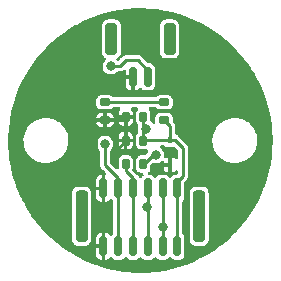
<source format=gbr>
%TF.GenerationSoftware,KiCad,Pcbnew,(5.99.0-11535-gf6cac49802)*%
%TF.CreationDate,2021-07-27T22:48:24-05:00*%
%TF.ProjectId,MT6816CT encoder breakout,4d543638-3136-4435-9420-656e636f6465,rev?*%
%TF.SameCoordinates,Original*%
%TF.FileFunction,Copper,L1,Top*%
%TF.FilePolarity,Positive*%
%FSLAX46Y46*%
G04 Gerber Fmt 4.6, Leading zero omitted, Abs format (unit mm)*
G04 Created by KiCad (PCBNEW (5.99.0-11535-gf6cac49802)) date 2021-07-27 22:48:24*
%MOMM*%
%LPD*%
G01*
G04 APERTURE LIST*
G04 Aperture macros list*
%AMRoundRect*
0 Rectangle with rounded corners*
0 $1 Rounding radius*
0 $2 $3 $4 $5 $6 $7 $8 $9 X,Y pos of 4 corners*
0 Add a 4 corners polygon primitive as box body*
4,1,4,$2,$3,$4,$5,$6,$7,$8,$9,$2,$3,0*
0 Add four circle primitives for the rounded corners*
1,1,$1+$1,$2,$3*
1,1,$1+$1,$4,$5*
1,1,$1+$1,$6,$7*
1,1,$1+$1,$8,$9*
0 Add four rect primitives between the rounded corners*
20,1,$1+$1,$2,$3,$4,$5,0*
20,1,$1+$1,$4,$5,$6,$7,0*
20,1,$1+$1,$6,$7,$8,$9,0*
20,1,$1+$1,$8,$9,$2,$3,0*%
G04 Aperture macros list end*
%TA.AperFunction,SMDPad,CuDef*%
%ADD10RoundRect,0.150000X-0.150000X-0.700000X0.150000X-0.700000X0.150000X0.700000X-0.150000X0.700000X0*%
%TD*%
%TA.AperFunction,SMDPad,CuDef*%
%ADD11RoundRect,0.250000X-0.250000X-1.100000X0.250000X-1.100000X0.250000X1.100000X-0.250000X1.100000X0*%
%TD*%
%TA.AperFunction,SMDPad,CuDef*%
%ADD12RoundRect,0.150000X-0.300000X0.150000X-0.300000X-0.150000X0.300000X-0.150000X0.300000X0.150000X0*%
%TD*%
%TA.AperFunction,SMDPad,CuDef*%
%ADD13RoundRect,0.150000X-0.150000X-0.300000X0.150000X-0.300000X0.150000X0.300000X-0.150000X0.300000X0*%
%TD*%
%TA.AperFunction,SMDPad,CuDef*%
%ADD14RoundRect,0.250000X-0.250000X-1.150000X0.250000X-1.150000X0.250000X1.150000X-0.250000X1.150000X0*%
%TD*%
%TA.AperFunction,SMDPad,CuDef*%
%ADD15RoundRect,0.150000X0.150000X0.700000X-0.150000X0.700000X-0.150000X-0.700000X0.150000X-0.700000X0*%
%TD*%
%TA.AperFunction,SMDPad,CuDef*%
%ADD16RoundRect,0.250000X0.250000X1.100000X-0.250000X1.100000X-0.250000X-1.100000X0.250000X-1.100000X0*%
%TD*%
%TA.AperFunction,SMDPad,CuDef*%
%ADD17RoundRect,0.150000X0.300000X-0.150000X0.300000X0.150000X-0.300000X0.150000X-0.300000X-0.150000X0*%
%TD*%
%TA.AperFunction,SMDPad,CuDef*%
%ADD18R,0.450000X0.600000*%
%TD*%
%TA.AperFunction,SMDPad,CuDef*%
%ADD19RoundRect,0.150000X0.150000X0.300000X-0.150000X0.300000X-0.150000X-0.300000X0.150000X-0.300000X0*%
%TD*%
%TA.AperFunction,ViaPad*%
%ADD20C,0.800000*%
%TD*%
%TA.AperFunction,Conductor*%
%ADD21C,0.250000*%
%TD*%
G04 APERTURE END LIST*
D10*
%TO.P,J3,1,Pin_1*%
%TO.N,GND*%
X135375000Y-87050000D03*
%TO.P,J3,2,Pin_2*%
%TO.N,/H3{slash}CS*%
X136625000Y-87050000D03*
%TO.P,J3,3,Pin_3*%
%TO.N,/H2{slash}SSC_DATA*%
X137875000Y-87050000D03*
%TO.P,J3,4,Pin_4*%
%TO.N,/H1{slash}SCK*%
X139125000Y-87050000D03*
%TO.P,J3,5,Pin_5*%
%TO.N,/Temp*%
X140375000Y-87050000D03*
%TO.P,J3,6,Pin_6*%
%TO.N,+5V*%
X141625000Y-87050000D03*
D11*
%TO.P,J3,MP*%
%TO.N,N/C*%
X133525000Y-90250000D03*
X143475000Y-90250000D03*
%TD*%
D12*
%TO.P,R1,2*%
%TO.N,GND*%
X135500000Y-81250000D03*
%TO.P,R1,1*%
%TO.N,Net-(D1-PadC)*%
X135500000Y-79750000D03*
%TD*%
D13*
%TO.P,R2,1*%
%TO.N,/H2{slash}SSC_DATA*%
X137250000Y-85000000D03*
%TO.P,R2,2*%
%TO.N,/SDAT_R*%
X138750000Y-85000000D03*
%TD*%
D10*
%TO.P,J2,1,Pin_1*%
%TO.N,GND*%
X135375000Y-91950000D03*
%TO.P,J2,2,Pin_2*%
%TO.N,/H3{slash}CS*%
X136625000Y-91950000D03*
%TO.P,J2,3,Pin_3*%
%TO.N,/H2{slash}SSC_DATA*%
X137875000Y-91950000D03*
%TO.P,J2,4,Pin_4*%
%TO.N,/H1{slash}SCK*%
X139125000Y-91950000D03*
%TO.P,J2,5,Pin_5*%
%TO.N,/Temp*%
X140375000Y-91950000D03*
%TO.P,J2,6,Pin_6*%
%TO.N,+5V*%
X141625000Y-91950000D03*
D14*
%TO.P,J2,MP*%
%TO.N,N/C*%
X143475000Y-88600000D03*
X133525000Y-88600000D03*
%TD*%
D15*
%TO.P,J1,1,Pin_1*%
%TO.N,/Temp*%
X139125000Y-77600000D03*
%TO.P,J1,2,Pin_2*%
%TO.N,GND*%
X137875000Y-77600000D03*
D16*
%TO.P,J1,MP*%
%TO.N,N/C*%
X140975000Y-74400000D03*
X136025000Y-74400000D03*
%TD*%
D17*
%TO.P,D1,A,A*%
%TO.N,+5V*%
X140500000Y-81250000D03*
%TO.P,D1,C,K*%
%TO.N,Net-(D1-PadC)*%
X140500000Y-79750000D03*
%TD*%
D18*
%TO.P,D2,2,A*%
%TO.N,GND*%
X141000000Y-85050000D03*
%TO.P,D2,1,K*%
%TO.N,+5V*%
X141000000Y-82950000D03*
%TD*%
D19*
%TO.P,C1,1*%
%TO.N,+5V*%
X138750000Y-81000000D03*
%TO.P,C1,2*%
%TO.N,GND*%
X137250000Y-81000000D03*
%TD*%
%TO.P,C2,1*%
%TO.N,+5V*%
X138750000Y-83000000D03*
%TO.P,C2,2*%
%TO.N,GND*%
X137250000Y-83000000D03*
%TD*%
D20*
%TO.N,/SDAT_R*%
X139800000Y-84200000D03*
%TO.N,/H1{slash}SCK*%
X139100000Y-88600000D03*
%TO.N,/Temp*%
X136000000Y-76700000D03*
%TO.N,+5V*%
X139000000Y-82000000D03*
%TO.N,GND*%
X136500000Y-84000000D03*
%TO.N,/H3{slash}CS*%
X135500000Y-83300000D03*
%TO.N,GND*%
X141000000Y-84100000D03*
X134700000Y-85600000D03*
%TO.N,/Temp*%
X140400000Y-90300000D03*
%TD*%
D21*
%TO.N,GND*%
X134750000Y-81250000D02*
X134500000Y-81500000D01*
X134500000Y-81500000D02*
X134500000Y-82200000D01*
X134500000Y-79000000D02*
X134500000Y-81500000D01*
X135500000Y-81250000D02*
X134750000Y-81250000D01*
X137000000Y-81250000D02*
X137250000Y-81000000D01*
X135500000Y-81250000D02*
X137000000Y-81250000D01*
%TO.N,/H1{slash}SCK*%
X139125000Y-88625000D02*
X139100000Y-88600000D01*
X139125000Y-91950000D02*
X139125000Y-88625000D01*
X139125000Y-88575000D02*
X139100000Y-88600000D01*
X139125000Y-87050000D02*
X139125000Y-88575000D01*
%TO.N,/Temp*%
X140400000Y-88400000D02*
X140400000Y-90300000D01*
X140375000Y-88375000D02*
X140400000Y-88400000D01*
%TO.N,Net-(D1-PadC)*%
X135500000Y-79750000D02*
X140500000Y-79750000D01*
%TO.N,GND*%
X135300000Y-85600000D02*
X134700000Y-85600000D01*
X135375000Y-85675000D02*
X135300000Y-85600000D01*
X135375000Y-87050000D02*
X135375000Y-85675000D01*
%TO.N,+5V*%
X142100000Y-86000000D02*
X141625000Y-86475000D01*
X141450000Y-82950000D02*
X142100000Y-83600000D01*
X142100000Y-83600000D02*
X142100000Y-86000000D01*
X141000000Y-82950000D02*
X141450000Y-82950000D01*
X141625000Y-86475000D02*
X141625000Y-87050000D01*
%TO.N,GND*%
X141000000Y-85050000D02*
X141000000Y-84100000D01*
%TO.N,/SDAT_R*%
X138775000Y-85000000D02*
X138750000Y-85000000D01*
X139800000Y-84200000D02*
X139575000Y-84200000D01*
X139575000Y-84200000D02*
X138775000Y-85000000D01*
%TO.N,/H3{slash}CS*%
X135500000Y-85075001D02*
X135500000Y-83300000D01*
X136625000Y-86200001D02*
X135500000Y-85075001D01*
X136625000Y-87050000D02*
X136625000Y-86200001D01*
%TO.N,GND*%
X134700000Y-82400000D02*
X134700000Y-85600000D01*
X134500000Y-82200000D02*
X134700000Y-82400000D01*
X137875000Y-77600000D02*
X135900000Y-77600000D01*
X135900000Y-77600000D02*
X134500000Y-79000000D01*
%TO.N,/Temp*%
X136800000Y-76700000D02*
X136000000Y-76700000D01*
X137300000Y-76200000D02*
X136800000Y-76700000D01*
X139100000Y-77000000D02*
X138300000Y-76200000D01*
X138300000Y-76200000D02*
X137300000Y-76200000D01*
X139100000Y-77750000D02*
X139100000Y-77000000D01*
X139125000Y-77775000D02*
X139100000Y-77750000D01*
X139125000Y-77600000D02*
X139125000Y-77775000D01*
%TO.N,GND*%
X137250000Y-83000000D02*
X137250000Y-81000000D01*
X136500000Y-83750000D02*
X137250000Y-83000000D01*
X136500000Y-84000000D02*
X136500000Y-83750000D01*
%TO.N,+5V*%
X138800000Y-82950000D02*
X138750000Y-83000000D01*
X141000000Y-82950000D02*
X138800000Y-82950000D01*
X141000000Y-81750000D02*
X140500000Y-81250000D01*
X141000000Y-82950000D02*
X141000000Y-81750000D01*
X138750000Y-83000000D02*
X138750000Y-82250000D01*
X138750000Y-82250000D02*
X139000000Y-82000000D01*
X138750000Y-81750000D02*
X139000000Y-82000000D01*
X138750000Y-81000000D02*
X138750000Y-81750000D01*
%TO.N,/H2{slash}SSC_DATA*%
X137250000Y-85575001D02*
X137250000Y-85000000D01*
X137875000Y-86200001D02*
X137250000Y-85575001D01*
X137875000Y-87050000D02*
X137875000Y-86200001D01*
X137875000Y-91950000D02*
X137875000Y-87050000D01*
%TO.N,GND*%
X135375000Y-91950000D02*
X135375000Y-87050000D01*
%TO.N,+5V*%
X141625000Y-91950000D02*
X141625000Y-87050000D01*
%TO.N,/Temp*%
X140375000Y-91950000D02*
X140375000Y-87050000D01*
%TO.N,/H3{slash}CS*%
X136625000Y-91950000D02*
X136625000Y-87050000D01*
%TD*%
%TA.AperFunction,Conductor*%
%TO.N,GND*%
G36*
X138679531Y-71801543D02*
G01*
X139316640Y-71829916D01*
X139323866Y-71830447D01*
X139958287Y-71895449D01*
X139965468Y-71896394D01*
X140220218Y-71937426D01*
X140595093Y-71997807D01*
X140602220Y-71999167D01*
X141224946Y-72136651D01*
X141231983Y-72138419D01*
X141641156Y-72253817D01*
X141845770Y-72311525D01*
X141852676Y-72313689D01*
X142420842Y-72509879D01*
X142455478Y-72521839D01*
X142462261Y-72524402D01*
X143036170Y-72760364D01*
X143052101Y-72766914D01*
X143058729Y-72769866D01*
X143633611Y-73045920D01*
X143640042Y-73049239D01*
X144198098Y-73357937D01*
X144204302Y-73361606D01*
X144743690Y-73701935D01*
X144749695Y-73705970D01*
X145268554Y-74076753D01*
X145274334Y-74081140D01*
X145771002Y-74481185D01*
X145776519Y-74485898D01*
X146249303Y-74913840D01*
X146254541Y-74918862D01*
X146701934Y-75373340D01*
X146706873Y-75378655D01*
X147127357Y-75858125D01*
X147131982Y-75863716D01*
X147307832Y-76089198D01*
X147524132Y-76366547D01*
X147524163Y-76366587D01*
X147528453Y-76372427D01*
X147891059Y-76897076D01*
X147894991Y-76903130D01*
X148173633Y-77360516D01*
X148226782Y-77447759D01*
X148230377Y-77454061D01*
X148397715Y-77768115D01*
X148530270Y-78016891D01*
X148533491Y-78023380D01*
X148777190Y-78552005D01*
X148800480Y-78602524D01*
X148803323Y-78609188D01*
X148957346Y-79001201D01*
X149036537Y-79202755D01*
X149038995Y-79209582D01*
X149237649Y-79815575D01*
X149239710Y-79822532D01*
X149403154Y-80438963D01*
X149404811Y-80446028D01*
X149532499Y-81070847D01*
X149533746Y-81077995D01*
X149625254Y-81709112D01*
X149626088Y-81716320D01*
X149681114Y-82351662D01*
X149681532Y-82358906D01*
X149689970Y-82651827D01*
X149699225Y-82973077D01*
X149699943Y-82998015D01*
X149699995Y-83001975D01*
X149699851Y-83056681D01*
X149699778Y-83060636D01*
X149678022Y-83699633D01*
X149677566Y-83706875D01*
X149619215Y-84341905D01*
X149618344Y-84349109D01*
X149523530Y-84979762D01*
X149522245Y-84986903D01*
X149391288Y-85611036D01*
X149389594Y-85618092D01*
X149222927Y-86233651D01*
X149220830Y-86240597D01*
X149019002Y-86845553D01*
X149016508Y-86852367D01*
X148972480Y-86962725D01*
X148793630Y-87411017D01*
X148780195Y-87444691D01*
X148777325Y-87451323D01*
X148507293Y-88029092D01*
X148504042Y-88035557D01*
X148203472Y-88592611D01*
X148201209Y-88596805D01*
X148197581Y-88603089D01*
X147862941Y-89145975D01*
X147858957Y-89152039D01*
X147493641Y-89674735D01*
X147489315Y-89680561D01*
X147094496Y-90181387D01*
X147089842Y-90186952D01*
X146666845Y-90664225D01*
X146661895Y-90669495D01*
X146474601Y-90857772D01*
X146212136Y-91121614D01*
X146206873Y-91126609D01*
X145731826Y-91552098D01*
X145726291Y-91556775D01*
X145374285Y-91837275D01*
X145227546Y-91954206D01*
X145221743Y-91958563D01*
X144700949Y-92326623D01*
X144694906Y-92330638D01*
X144153789Y-92668109D01*
X144147524Y-92671770D01*
X143587871Y-92977537D01*
X143581413Y-92980827D01*
X143005082Y-93253873D01*
X142998466Y-93256777D01*
X142514136Y-93452951D01*
X142407367Y-93496197D01*
X142400575Y-93498723D01*
X141796674Y-93703720D01*
X141789775Y-93705843D01*
X141175064Y-93875740D01*
X141168040Y-93877465D01*
X140544582Y-94011692D01*
X140537449Y-94013014D01*
X139907302Y-94111129D01*
X139900120Y-94112036D01*
X139504875Y-94150442D01*
X139265392Y-94173712D01*
X139258153Y-94174206D01*
X138620911Y-94199243D01*
X138613655Y-94199319D01*
X137976034Y-94187633D01*
X137968786Y-94187291D01*
X137502516Y-94151823D01*
X137332901Y-94138920D01*
X137325698Y-94138164D01*
X137124414Y-94111128D01*
X136693629Y-94053266D01*
X136686468Y-94052093D01*
X136260937Y-93969764D01*
X136060348Y-93930955D01*
X136053282Y-93929376D01*
X135435167Y-93772394D01*
X135428205Y-93770411D01*
X134820153Y-93578109D01*
X134813304Y-93575724D01*
X134662602Y-93518327D01*
X134217336Y-93348742D01*
X134210632Y-93345965D01*
X133662056Y-93100000D01*
X133628723Y-93085055D01*
X133622193Y-93081898D01*
X133571001Y-93055306D01*
X133056252Y-92787915D01*
X133049932Y-92784398D01*
X132501855Y-92458326D01*
X132495729Y-92454438D01*
X132215086Y-92264786D01*
X131991287Y-92113548D01*
X134775001Y-92113548D01*
X134775001Y-92700804D01*
X134775280Y-92706725D01*
X134777256Y-92727631D01*
X134780521Y-92742516D01*
X134819694Y-92854064D01*
X134828406Y-92870520D01*
X134897616Y-92964221D01*
X134910779Y-92977384D01*
X135004480Y-93046594D01*
X135020936Y-93055306D01*
X135132479Y-93094477D01*
X135147373Y-93097745D01*
X135168281Y-93099721D01*
X135174192Y-93100000D01*
X135206885Y-93100000D01*
X135222124Y-93095525D01*
X135223329Y-93094135D01*
X135225000Y-93086452D01*
X135225000Y-92118115D01*
X135220525Y-92102876D01*
X135219135Y-92101671D01*
X135211452Y-92100000D01*
X134793116Y-92100000D01*
X134777877Y-92104475D01*
X134776672Y-92105865D01*
X134775001Y-92113548D01*
X131991287Y-92113548D01*
X131967347Y-92097370D01*
X131961459Y-92093139D01*
X131782378Y-91956468D01*
X131454497Y-91706237D01*
X131448862Y-91701674D01*
X130965010Y-91286229D01*
X130959643Y-91281345D01*
X130680636Y-91012381D01*
X130500519Y-90838748D01*
X130495446Y-90833568D01*
X130062545Y-90365258D01*
X130057783Y-90359800D01*
X130020736Y-90314778D01*
X129652562Y-89867351D01*
X129648123Y-89861628D01*
X129271929Y-89346680D01*
X129267819Y-89340701D01*
X128921888Y-88804951D01*
X128918129Y-88798744D01*
X128813834Y-88614778D01*
X128603606Y-88243955D01*
X128600216Y-88237552D01*
X128593319Y-88223565D01*
X128386331Y-87803834D01*
X128318159Y-87665595D01*
X128315139Y-87658998D01*
X128208528Y-87407228D01*
X132724500Y-87407228D01*
X132724500Y-91392772D01*
X132735364Y-91482547D01*
X132790887Y-91622783D01*
X132882078Y-91742922D01*
X133002217Y-91834113D01*
X133065832Y-91859300D01*
X133134923Y-91886655D01*
X133134925Y-91886656D01*
X133142453Y-91889636D01*
X133232228Y-91900500D01*
X133817772Y-91900500D01*
X133907547Y-91889636D01*
X133915075Y-91886656D01*
X133915077Y-91886655D01*
X133984168Y-91859300D01*
X134047783Y-91834113D01*
X134167922Y-91742922D01*
X134259113Y-91622783D01*
X134314636Y-91482547D01*
X134325500Y-91392772D01*
X134325500Y-91199192D01*
X134775000Y-91199192D01*
X134775000Y-91781885D01*
X134779475Y-91797124D01*
X134780865Y-91798329D01*
X134788548Y-91800000D01*
X135206885Y-91800000D01*
X135222124Y-91795525D01*
X135223329Y-91794135D01*
X135225000Y-91786452D01*
X135225000Y-90818116D01*
X135220525Y-90802877D01*
X135219135Y-90801672D01*
X135211452Y-90800001D01*
X135174196Y-90800001D01*
X135168275Y-90800280D01*
X135147369Y-90802256D01*
X135132484Y-90805521D01*
X135020936Y-90844694D01*
X135004480Y-90853406D01*
X134910779Y-90922616D01*
X134897616Y-90935779D01*
X134828406Y-91029480D01*
X134819694Y-91045936D01*
X134780523Y-91157479D01*
X134777255Y-91172373D01*
X134775279Y-91193281D01*
X134775000Y-91199192D01*
X134325500Y-91199192D01*
X134325500Y-87407228D01*
X134314636Y-87317453D01*
X134273497Y-87213548D01*
X134775001Y-87213548D01*
X134775001Y-87800804D01*
X134775280Y-87806725D01*
X134777256Y-87827631D01*
X134780521Y-87842516D01*
X134819694Y-87954064D01*
X134828406Y-87970520D01*
X134897616Y-88064221D01*
X134910779Y-88077384D01*
X135004480Y-88146594D01*
X135020936Y-88155306D01*
X135132479Y-88194477D01*
X135147373Y-88197745D01*
X135168281Y-88199721D01*
X135174192Y-88200000D01*
X135206885Y-88200000D01*
X135222124Y-88195525D01*
X135223329Y-88194135D01*
X135225000Y-88186452D01*
X135225000Y-87218115D01*
X135220525Y-87202876D01*
X135219135Y-87201671D01*
X135211452Y-87200000D01*
X134793116Y-87200000D01*
X134777877Y-87204475D01*
X134776672Y-87205865D01*
X134775001Y-87213548D01*
X134273497Y-87213548D01*
X134259113Y-87177217D01*
X134167922Y-87057078D01*
X134047783Y-86965887D01*
X133984168Y-86940700D01*
X133915077Y-86913345D01*
X133915075Y-86913344D01*
X133907547Y-86910364D01*
X133817772Y-86899500D01*
X133232228Y-86899500D01*
X133142453Y-86910364D01*
X133134925Y-86913344D01*
X133134923Y-86913345D01*
X133065832Y-86940700D01*
X133002217Y-86965887D01*
X132882078Y-87057078D01*
X132790887Y-87177217D01*
X132735364Y-87317453D01*
X132724500Y-87407228D01*
X128208528Y-87407228D01*
X128123261Y-87205865D01*
X128066471Y-87071751D01*
X128063837Y-87064995D01*
X128008624Y-86910364D01*
X127849391Y-86464419D01*
X127847150Y-86457523D01*
X127800701Y-86299192D01*
X134775000Y-86299192D01*
X134775000Y-86881885D01*
X134779475Y-86897124D01*
X134780865Y-86898329D01*
X134788548Y-86900000D01*
X135206885Y-86900000D01*
X135222124Y-86895525D01*
X135223329Y-86894135D01*
X135225000Y-86886452D01*
X135225000Y-85918116D01*
X135220525Y-85902877D01*
X135219135Y-85901672D01*
X135211452Y-85900001D01*
X135174196Y-85900001D01*
X135168275Y-85900280D01*
X135147369Y-85902256D01*
X135132484Y-85905521D01*
X135020936Y-85944694D01*
X135004480Y-85953406D01*
X134910779Y-86022616D01*
X134897616Y-86035779D01*
X134828406Y-86129480D01*
X134819694Y-86145936D01*
X134780523Y-86257479D01*
X134777255Y-86272373D01*
X134775279Y-86293281D01*
X134775000Y-86299192D01*
X127800701Y-86299192D01*
X127667621Y-85845564D01*
X127665780Y-85838546D01*
X127521782Y-85217294D01*
X127520348Y-85210181D01*
X127466762Y-84898329D01*
X127412346Y-84581649D01*
X127411326Y-84574480D01*
X127410388Y-84566177D01*
X127339688Y-83940801D01*
X127339081Y-83933583D01*
X127338096Y-83915670D01*
X127321855Y-83620560D01*
X127304038Y-83296807D01*
X127303848Y-83289553D01*
X127304763Y-82940151D01*
X128595585Y-82940151D01*
X128595760Y-82944602D01*
X128602832Y-83124577D01*
X128606152Y-83209083D01*
X128606952Y-83213463D01*
X128646749Y-83431372D01*
X128654505Y-83473843D01*
X128739682Y-83729148D01*
X128741674Y-83733135D01*
X128741675Y-83733137D01*
X128845445Y-83940813D01*
X128859981Y-83969905D01*
X129013003Y-84191309D01*
X129032680Y-84212595D01*
X129192679Y-84385682D01*
X129192684Y-84385687D01*
X129195695Y-84388944D01*
X129404411Y-84558866D01*
X129408229Y-84561165D01*
X129408231Y-84561166D01*
X129577938Y-84663338D01*
X129634987Y-84697684D01*
X129639082Y-84699418D01*
X129639084Y-84699419D01*
X129878721Y-84800892D01*
X129878728Y-84800894D01*
X129882822Y-84802628D01*
X129978710Y-84828052D01*
X130138675Y-84870467D01*
X130138680Y-84870468D01*
X130142972Y-84871606D01*
X130147381Y-84872128D01*
X130147387Y-84872129D01*
X130296289Y-84889752D01*
X130410245Y-84903240D01*
X130679310Y-84896899D01*
X130695916Y-84894135D01*
X130940406Y-84853441D01*
X130940410Y-84853440D01*
X130944796Y-84852710D01*
X130949037Y-84851369D01*
X130949040Y-84851368D01*
X131197162Y-84772897D01*
X131197164Y-84772896D01*
X131201408Y-84771554D01*
X131205419Y-84769628D01*
X131205424Y-84769626D01*
X131440006Y-84656981D01*
X131440007Y-84656980D01*
X131444025Y-84655051D01*
X131452888Y-84649129D01*
X131664098Y-84508004D01*
X131664102Y-84508001D01*
X131667806Y-84505526D01*
X131671123Y-84502555D01*
X131671127Y-84502552D01*
X131864970Y-84328931D01*
X131868286Y-84325961D01*
X131892323Y-84297366D01*
X132038601Y-84123348D01*
X132038606Y-84123342D01*
X132041465Y-84119940D01*
X132183887Y-83891572D01*
X132188924Y-83880180D01*
X132247572Y-83747519D01*
X132292712Y-83645416D01*
X132365767Y-83386382D01*
X132377348Y-83300161D01*
X132401168Y-83122820D01*
X132401169Y-83122812D01*
X132401595Y-83119638D01*
X132401696Y-83116427D01*
X132405254Y-83003222D01*
X132405254Y-83003217D01*
X132405355Y-83000000D01*
X132402987Y-82966547D01*
X132386662Y-82735982D01*
X132386347Y-82731533D01*
X132385073Y-82725612D01*
X132333072Y-82484085D01*
X132329700Y-82468423D01*
X132327459Y-82462347D01*
X132238090Y-82220101D01*
X132238089Y-82220099D01*
X132236547Y-82215919D01*
X132214527Y-82175108D01*
X132110857Y-81982976D01*
X132108744Y-81979060D01*
X132012184Y-81848328D01*
X131951492Y-81766157D01*
X131951489Y-81766154D01*
X131948843Y-81762571D01*
X131760034Y-81570772D01*
X131738607Y-81554419D01*
X131610596Y-81456725D01*
X131554021Y-81413548D01*
X134750001Y-81413548D01*
X134750001Y-81450804D01*
X134750280Y-81456725D01*
X134752256Y-81477631D01*
X134755521Y-81492516D01*
X134794694Y-81604064D01*
X134803406Y-81620520D01*
X134872616Y-81714221D01*
X134885779Y-81727384D01*
X134979480Y-81796594D01*
X134995936Y-81805306D01*
X135107479Y-81844477D01*
X135122373Y-81847745D01*
X135143281Y-81849721D01*
X135149192Y-81850000D01*
X135331885Y-81850000D01*
X135347124Y-81845525D01*
X135348329Y-81844135D01*
X135350000Y-81836452D01*
X135350000Y-81418115D01*
X135348659Y-81413548D01*
X135650000Y-81413548D01*
X135650000Y-81831884D01*
X135654475Y-81847123D01*
X135655865Y-81848328D01*
X135663548Y-81849999D01*
X135850804Y-81849999D01*
X135856725Y-81849720D01*
X135877631Y-81847744D01*
X135892516Y-81844479D01*
X136004064Y-81805306D01*
X136020520Y-81796594D01*
X136114221Y-81727384D01*
X136127384Y-81714221D01*
X136196594Y-81620520D01*
X136205306Y-81604064D01*
X136244477Y-81492521D01*
X136247745Y-81477627D01*
X136249721Y-81456719D01*
X136250000Y-81450808D01*
X136250000Y-81418115D01*
X136245525Y-81402876D01*
X136244135Y-81401671D01*
X136236452Y-81400000D01*
X135668115Y-81400000D01*
X135652876Y-81404475D01*
X135651671Y-81405865D01*
X135650000Y-81413548D01*
X135348659Y-81413548D01*
X135345525Y-81402876D01*
X135344135Y-81401671D01*
X135336452Y-81400000D01*
X134768116Y-81400000D01*
X134752877Y-81404475D01*
X134751672Y-81405865D01*
X134750001Y-81413548D01*
X131554021Y-81413548D01*
X131546083Y-81407490D01*
X131537844Y-81402876D01*
X131315147Y-81278159D01*
X131315144Y-81278158D01*
X131311261Y-81275983D01*
X131307122Y-81274382D01*
X131307114Y-81274378D01*
X131121566Y-81202596D01*
X131060251Y-81178875D01*
X131055926Y-81177872D01*
X131055921Y-81177871D01*
X130994126Y-81163548D01*
X136650001Y-81163548D01*
X136650001Y-81350804D01*
X136650280Y-81356725D01*
X136652256Y-81377631D01*
X136655521Y-81392516D01*
X136694694Y-81504064D01*
X136703406Y-81520520D01*
X136772616Y-81614221D01*
X136785779Y-81627384D01*
X136879480Y-81696594D01*
X136895936Y-81705306D01*
X137007479Y-81744477D01*
X137022373Y-81747745D01*
X137043281Y-81749721D01*
X137049192Y-81750000D01*
X137081885Y-81750000D01*
X137097124Y-81745525D01*
X137098329Y-81744135D01*
X137100000Y-81736452D01*
X137100000Y-81168115D01*
X137098659Y-81163548D01*
X137400000Y-81163548D01*
X137400000Y-81731884D01*
X137404475Y-81747123D01*
X137405865Y-81748328D01*
X137413548Y-81749999D01*
X137450804Y-81749999D01*
X137456725Y-81749720D01*
X137477631Y-81747744D01*
X137492516Y-81744479D01*
X137604064Y-81705306D01*
X137620520Y-81696594D01*
X137714221Y-81627384D01*
X137727384Y-81614221D01*
X137796594Y-81520520D01*
X137805306Y-81504064D01*
X137844477Y-81392521D01*
X137847745Y-81377627D01*
X137849721Y-81356719D01*
X137850000Y-81350808D01*
X137850000Y-81168115D01*
X137845525Y-81152876D01*
X137844135Y-81151671D01*
X137836452Y-81150000D01*
X137418115Y-81150000D01*
X137402876Y-81154475D01*
X137401671Y-81155865D01*
X137400000Y-81163548D01*
X137098659Y-81163548D01*
X137095525Y-81152876D01*
X137094135Y-81151671D01*
X137086452Y-81150000D01*
X136668116Y-81150000D01*
X136652877Y-81154475D01*
X136651672Y-81155865D01*
X136650001Y-81163548D01*
X130994126Y-81163548D01*
X130911864Y-81144481D01*
X130798063Y-81118103D01*
X130529928Y-81094880D01*
X130525493Y-81095124D01*
X130525489Y-81095124D01*
X130416324Y-81101132D01*
X130261196Y-81109669D01*
X130256833Y-81110537D01*
X130256832Y-81110537D01*
X130001596Y-81161307D01*
X130001594Y-81161308D01*
X129997228Y-81162176D01*
X129743292Y-81251352D01*
X129504455Y-81375418D01*
X129500840Y-81378001D01*
X129500834Y-81378005D01*
X129398962Y-81450804D01*
X129285481Y-81531899D01*
X129282254Y-81534977D01*
X129282252Y-81534979D01*
X129094358Y-81714221D01*
X129090740Y-81717672D01*
X128924118Y-81929032D01*
X128885282Y-81995894D01*
X128791173Y-82157913D01*
X128791170Y-82157919D01*
X128788939Y-82161760D01*
X128787269Y-82165883D01*
X128700313Y-82380568D01*
X128687900Y-82411213D01*
X128686829Y-82415526D01*
X128686827Y-82415531D01*
X128651255Y-82558736D01*
X128623017Y-82672414D01*
X128595585Y-82940151D01*
X127304763Y-82940151D01*
X127305518Y-82651827D01*
X127305746Y-82644575D01*
X127334048Y-82175108D01*
X127344122Y-82007993D01*
X127344766Y-82000781D01*
X127344840Y-82000161D01*
X127419725Y-81367459D01*
X127420783Y-81360296D01*
X127421417Y-81356719D01*
X127475920Y-81049192D01*
X134750000Y-81049192D01*
X134750000Y-81081885D01*
X134754475Y-81097124D01*
X134755865Y-81098329D01*
X134763548Y-81100000D01*
X135331885Y-81100000D01*
X135347124Y-81095525D01*
X135348329Y-81094135D01*
X135350000Y-81086452D01*
X135350000Y-80668116D01*
X135348659Y-80663548D01*
X135650000Y-80663548D01*
X135650000Y-81081885D01*
X135654475Y-81097124D01*
X135655865Y-81098329D01*
X135663548Y-81100000D01*
X136231884Y-81100000D01*
X136247123Y-81095525D01*
X136248328Y-81094135D01*
X136249999Y-81086452D01*
X136249999Y-81049196D01*
X136249720Y-81043275D01*
X136247744Y-81022369D01*
X136244479Y-81007484D01*
X136205306Y-80895936D01*
X136196594Y-80879480D01*
X136127384Y-80785779D01*
X136114221Y-80772616D01*
X136020520Y-80703406D01*
X136004064Y-80694694D01*
X135892521Y-80655523D01*
X135877627Y-80652255D01*
X135856719Y-80650279D01*
X135850808Y-80650000D01*
X135668115Y-80650000D01*
X135652876Y-80654475D01*
X135651671Y-80655865D01*
X135650000Y-80663548D01*
X135348659Y-80663548D01*
X135345525Y-80652877D01*
X135344135Y-80651672D01*
X135336452Y-80650001D01*
X135149196Y-80650001D01*
X135143275Y-80650280D01*
X135122369Y-80652256D01*
X135107484Y-80655521D01*
X134995936Y-80694694D01*
X134979480Y-80703406D01*
X134885779Y-80772616D01*
X134872616Y-80785779D01*
X134803406Y-80879480D01*
X134794694Y-80895936D01*
X134755523Y-81007479D01*
X134752255Y-81022373D01*
X134750279Y-81043281D01*
X134750000Y-81049192D01*
X127475920Y-81049192D01*
X127532077Y-80732327D01*
X127533541Y-80725258D01*
X127658041Y-80200632D01*
X127680793Y-80104759D01*
X127682671Y-80097750D01*
X127847630Y-79546166D01*
X134749500Y-79546166D01*
X134749500Y-79953834D01*
X134752481Y-79985369D01*
X134797366Y-80113184D01*
X134802958Y-80120754D01*
X134802959Y-80120757D01*
X134845520Y-80178379D01*
X134877850Y-80222150D01*
X134885421Y-80227742D01*
X134979243Y-80297041D01*
X134979246Y-80297042D01*
X134986816Y-80302634D01*
X135114631Y-80347519D01*
X135122277Y-80348242D01*
X135122278Y-80348242D01*
X135128248Y-80348806D01*
X135146166Y-80350500D01*
X135853834Y-80350500D01*
X135871752Y-80348806D01*
X135877722Y-80348242D01*
X135877723Y-80348242D01*
X135885369Y-80347519D01*
X136013184Y-80302634D01*
X136020754Y-80297042D01*
X136020757Y-80297041D01*
X136114579Y-80227742D01*
X136122150Y-80222150D01*
X136127742Y-80214579D01*
X136129916Y-80212405D01*
X136192228Y-80178379D01*
X136219011Y-80175500D01*
X136678705Y-80175500D01*
X136746826Y-80195502D01*
X136793319Y-80249158D01*
X136803423Y-80319432D01*
X136776990Y-80377309D01*
X136778208Y-80378208D01*
X136773942Y-80383984D01*
X136773929Y-80384012D01*
X136773891Y-80384053D01*
X136703406Y-80479480D01*
X136694694Y-80495936D01*
X136655523Y-80607479D01*
X136652255Y-80622373D01*
X136650279Y-80643281D01*
X136650000Y-80649192D01*
X136650000Y-80831885D01*
X136654475Y-80847124D01*
X136655865Y-80848329D01*
X136663548Y-80850000D01*
X137831884Y-80850000D01*
X137847123Y-80845525D01*
X137848328Y-80844135D01*
X137849999Y-80836452D01*
X137849999Y-80649196D01*
X137849720Y-80643275D01*
X137847744Y-80622369D01*
X137844479Y-80607484D01*
X137805306Y-80495936D01*
X137796594Y-80479480D01*
X137721792Y-80378208D01*
X137724389Y-80376290D01*
X137698174Y-80328283D01*
X137703239Y-80257468D01*
X137745786Y-80200632D01*
X137812306Y-80175821D01*
X137821295Y-80175500D01*
X138177989Y-80175500D01*
X138246110Y-80195502D01*
X138292603Y-80249158D01*
X138302707Y-80319432D01*
X138276487Y-80376843D01*
X138277850Y-80377850D01*
X138202959Y-80479243D01*
X138202958Y-80479246D01*
X138197366Y-80486816D01*
X138152481Y-80614631D01*
X138151758Y-80622277D01*
X138151758Y-80622278D01*
X138151749Y-80622373D01*
X138149500Y-80646166D01*
X138149500Y-81353834D01*
X138149779Y-81356782D01*
X138151750Y-81377631D01*
X138152481Y-81385369D01*
X138197366Y-81513184D01*
X138202958Y-81520754D01*
X138202959Y-81520757D01*
X138251642Y-81586667D01*
X138277850Y-81622150D01*
X138285421Y-81627742D01*
X138287595Y-81629916D01*
X138321621Y-81692228D01*
X138324500Y-81719011D01*
X138324500Y-81781201D01*
X138320541Y-81812536D01*
X138319282Y-81817439D01*
X138316524Y-81824513D01*
X138313830Y-81844974D01*
X138296260Y-81978438D01*
X138294394Y-81992611D01*
X138312999Y-82161135D01*
X138315610Y-82168270D01*
X138316826Y-82171594D01*
X138324500Y-82214894D01*
X138324500Y-82280989D01*
X138304498Y-82349110D01*
X138287595Y-82370084D01*
X138285421Y-82372258D01*
X138277850Y-82377850D01*
X138272258Y-82385421D01*
X138202959Y-82479243D01*
X138202958Y-82479246D01*
X138197366Y-82486816D01*
X138152481Y-82614631D01*
X138151758Y-82622277D01*
X138151758Y-82622278D01*
X138151749Y-82622373D01*
X138149500Y-82646166D01*
X138149500Y-83353834D01*
X138151194Y-83371752D01*
X138151750Y-83377631D01*
X138152481Y-83385369D01*
X138197366Y-83513184D01*
X138202958Y-83520754D01*
X138202959Y-83520757D01*
X138234383Y-83563301D01*
X138277850Y-83622150D01*
X138285421Y-83627742D01*
X138379243Y-83697041D01*
X138379246Y-83697042D01*
X138386816Y-83702634D01*
X138514631Y-83747519D01*
X138522277Y-83748242D01*
X138522278Y-83748242D01*
X138528248Y-83748806D01*
X138546166Y-83750500D01*
X138953834Y-83750500D01*
X138971752Y-83748806D01*
X138977722Y-83748242D01*
X138977723Y-83748242D01*
X138985369Y-83747519D01*
X138992612Y-83744975D01*
X138992614Y-83744975D01*
X138996023Y-83743778D01*
X139003691Y-83741085D01*
X139074589Y-83737385D01*
X139136235Y-83772604D01*
X139169053Y-83835560D01*
X139162833Y-83905737D01*
X139130832Y-83987816D01*
X139116524Y-84024513D01*
X139115533Y-84032040D01*
X139115234Y-84033205D01*
X139082288Y-84090964D01*
X138960657Y-84212595D01*
X138898345Y-84246621D01*
X138871562Y-84249500D01*
X138546166Y-84249500D01*
X138528248Y-84251194D01*
X138522278Y-84251758D01*
X138522277Y-84251758D01*
X138514631Y-84252481D01*
X138386816Y-84297366D01*
X138379246Y-84302958D01*
X138379243Y-84302959D01*
X138331564Y-84338176D01*
X138277850Y-84377850D01*
X138272258Y-84385421D01*
X138202959Y-84479243D01*
X138202958Y-84479246D01*
X138197366Y-84486816D01*
X138152481Y-84614631D01*
X138149500Y-84646166D01*
X138149500Y-85353834D01*
X138152481Y-85385369D01*
X138197366Y-85513184D01*
X138202958Y-85520754D01*
X138202959Y-85520757D01*
X138217137Y-85539952D01*
X138277850Y-85622150D01*
X138291030Y-85631885D01*
X138379243Y-85697041D01*
X138379246Y-85697042D01*
X138386816Y-85702634D01*
X138514631Y-85747519D01*
X138522277Y-85748242D01*
X138522278Y-85748242D01*
X138528248Y-85748806D01*
X138546166Y-85750500D01*
X138645683Y-85750500D01*
X138713804Y-85770502D01*
X138760297Y-85824158D01*
X138770401Y-85894432D01*
X138740907Y-85959012D01*
X138720542Y-85977851D01*
X138660424Y-86022255D01*
X138660421Y-86022258D01*
X138652850Y-86027850D01*
X138647258Y-86035421D01*
X138647255Y-86035424D01*
X138601351Y-86097573D01*
X138544790Y-86140484D01*
X138474008Y-86146004D01*
X138411479Y-86112380D01*
X138398649Y-86097573D01*
X138352745Y-86035424D01*
X138352742Y-86035421D01*
X138347150Y-86027850D01*
X138238184Y-85947366D01*
X138229296Y-85944245D01*
X138228388Y-85943764D01*
X138198251Y-85921504D01*
X137855385Y-85578638D01*
X137821359Y-85516326D01*
X137825597Y-85447795D01*
X137844974Y-85392616D01*
X137847519Y-85385369D01*
X137850500Y-85353834D01*
X137850500Y-84646166D01*
X137847519Y-84614631D01*
X137802634Y-84486816D01*
X137797042Y-84479246D01*
X137797041Y-84479243D01*
X137727742Y-84385421D01*
X137722150Y-84377850D01*
X137668436Y-84338176D01*
X137620757Y-84302959D01*
X137620754Y-84302958D01*
X137613184Y-84297366D01*
X137485369Y-84252481D01*
X137477723Y-84251758D01*
X137477722Y-84251758D01*
X137471752Y-84251194D01*
X137453834Y-84249500D01*
X137046166Y-84249500D01*
X137028248Y-84251194D01*
X137022278Y-84251758D01*
X137022277Y-84251758D01*
X137014631Y-84252481D01*
X136886816Y-84297366D01*
X136879246Y-84302958D01*
X136879243Y-84302959D01*
X136831564Y-84338176D01*
X136777850Y-84377850D01*
X136772258Y-84385421D01*
X136702959Y-84479243D01*
X136702958Y-84479246D01*
X136697366Y-84486816D01*
X136652481Y-84614631D01*
X136649500Y-84646166D01*
X136649500Y-85318563D01*
X136629498Y-85386684D01*
X136575842Y-85433177D01*
X136505568Y-85443281D01*
X136440988Y-85413787D01*
X136434405Y-85407658D01*
X135962405Y-84935658D01*
X135928379Y-84873346D01*
X135925500Y-84846563D01*
X135925500Y-83915939D01*
X135945502Y-83847818D01*
X135969669Y-83820128D01*
X136013651Y-83782564D01*
X136013652Y-83782563D01*
X136019423Y-83777634D01*
X136118361Y-83639947D01*
X136121194Y-83632900D01*
X136178766Y-83489687D01*
X136178767Y-83489685D01*
X136181601Y-83482634D01*
X136193874Y-83396396D01*
X136204909Y-83318862D01*
X136204909Y-83318859D01*
X136205490Y-83314778D01*
X136205645Y-83300000D01*
X136203840Y-83285080D01*
X136189132Y-83163548D01*
X136650001Y-83163548D01*
X136650001Y-83350804D01*
X136650280Y-83356725D01*
X136652256Y-83377631D01*
X136655521Y-83392516D01*
X136694694Y-83504064D01*
X136703406Y-83520520D01*
X136772616Y-83614221D01*
X136785779Y-83627384D01*
X136879480Y-83696594D01*
X136895936Y-83705306D01*
X137007479Y-83744477D01*
X137022373Y-83747745D01*
X137043281Y-83749721D01*
X137049192Y-83750000D01*
X137081885Y-83750000D01*
X137097124Y-83745525D01*
X137098329Y-83744135D01*
X137100000Y-83736452D01*
X137100000Y-83168115D01*
X137098659Y-83163548D01*
X137400000Y-83163548D01*
X137400000Y-83731884D01*
X137404475Y-83747123D01*
X137405865Y-83748328D01*
X137413548Y-83749999D01*
X137450804Y-83749999D01*
X137456725Y-83749720D01*
X137477631Y-83747744D01*
X137492516Y-83744479D01*
X137604064Y-83705306D01*
X137620520Y-83696594D01*
X137714221Y-83627384D01*
X137727384Y-83614221D01*
X137796594Y-83520520D01*
X137805306Y-83504064D01*
X137844477Y-83392521D01*
X137847745Y-83377627D01*
X137849721Y-83356719D01*
X137850000Y-83350808D01*
X137850000Y-83168115D01*
X137845525Y-83152876D01*
X137844135Y-83151671D01*
X137836452Y-83150000D01*
X137418115Y-83150000D01*
X137402876Y-83154475D01*
X137401671Y-83155865D01*
X137400000Y-83163548D01*
X137098659Y-83163548D01*
X137095525Y-83152876D01*
X137094135Y-83151671D01*
X137086452Y-83150000D01*
X136668116Y-83150000D01*
X136652877Y-83154475D01*
X136651672Y-83155865D01*
X136650001Y-83163548D01*
X136189132Y-83163548D01*
X136185276Y-83131680D01*
X136125345Y-82973077D01*
X136105775Y-82944602D01*
X136033614Y-82839608D01*
X136033613Y-82839607D01*
X136029312Y-82833349D01*
X136017514Y-82822837D01*
X135908392Y-82725612D01*
X135908388Y-82725610D01*
X135902721Y-82720560D01*
X135767930Y-82649192D01*
X136650000Y-82649192D01*
X136650000Y-82831885D01*
X136654475Y-82847124D01*
X136655865Y-82848329D01*
X136663548Y-82850000D01*
X137081885Y-82850000D01*
X137097124Y-82845525D01*
X137098329Y-82844135D01*
X137100000Y-82836452D01*
X137100000Y-82268116D01*
X137098659Y-82263548D01*
X137400000Y-82263548D01*
X137400000Y-82831885D01*
X137404475Y-82847124D01*
X137405865Y-82848329D01*
X137413548Y-82850000D01*
X137831884Y-82850000D01*
X137847123Y-82845525D01*
X137848328Y-82844135D01*
X137849999Y-82836452D01*
X137849999Y-82649196D01*
X137849720Y-82643275D01*
X137847744Y-82622369D01*
X137844479Y-82607484D01*
X137805306Y-82495936D01*
X137796594Y-82479480D01*
X137727384Y-82385779D01*
X137714221Y-82372616D01*
X137620520Y-82303406D01*
X137604064Y-82294694D01*
X137492521Y-82255523D01*
X137477627Y-82252255D01*
X137456719Y-82250279D01*
X137450808Y-82250000D01*
X137418115Y-82250000D01*
X137402876Y-82254475D01*
X137401671Y-82255865D01*
X137400000Y-82263548D01*
X137098659Y-82263548D01*
X137095525Y-82252877D01*
X137094135Y-82251672D01*
X137086452Y-82250001D01*
X137049196Y-82250001D01*
X137043275Y-82250280D01*
X137022369Y-82252256D01*
X137007484Y-82255521D01*
X136895936Y-82294694D01*
X136879480Y-82303406D01*
X136785779Y-82372616D01*
X136772616Y-82385779D01*
X136703406Y-82479480D01*
X136694694Y-82495936D01*
X136655523Y-82607479D01*
X136652255Y-82622373D01*
X136650279Y-82643281D01*
X136650000Y-82649192D01*
X135767930Y-82649192D01*
X135752881Y-82641224D01*
X135588441Y-82599919D01*
X135580843Y-82599879D01*
X135580841Y-82599879D01*
X135503668Y-82599475D01*
X135418895Y-82599031D01*
X135411508Y-82600805D01*
X135411504Y-82600805D01*
X135268162Y-82635220D01*
X135254032Y-82638612D01*
X135247288Y-82642093D01*
X135247285Y-82642094D01*
X135110117Y-82712892D01*
X135103369Y-82716375D01*
X134975604Y-82827831D01*
X134934475Y-82886351D01*
X134899779Y-82935720D01*
X134878113Y-82966547D01*
X134816524Y-83124513D01*
X134815532Y-83132046D01*
X134815532Y-83132047D01*
X134804814Y-83213463D01*
X134794394Y-83292611D01*
X134812999Y-83461135D01*
X134834731Y-83520520D01*
X134868521Y-83612854D01*
X134871266Y-83620356D01*
X134875502Y-83626659D01*
X134875502Y-83626660D01*
X134961596Y-83754783D01*
X134961599Y-83754786D01*
X134965830Y-83761083D01*
X135010418Y-83801655D01*
X135033300Y-83822476D01*
X135070222Y-83883117D01*
X135074500Y-83915670D01*
X135074500Y-85142394D01*
X135081914Y-85165211D01*
X135086528Y-85184430D01*
X135090281Y-85208127D01*
X135094784Y-85216964D01*
X135094784Y-85216965D01*
X135101172Y-85229503D01*
X135108736Y-85247764D01*
X135113085Y-85261148D01*
X135113087Y-85261151D01*
X135116151Y-85270582D01*
X135121980Y-85278605D01*
X135130253Y-85289992D01*
X135140577Y-85306838D01*
X135151472Y-85328221D01*
X135537703Y-85714452D01*
X135571729Y-85776764D01*
X135566664Y-85847579D01*
X135543833Y-85886059D01*
X135526671Y-85905865D01*
X135525000Y-85913548D01*
X135525000Y-88181884D01*
X135529475Y-88197123D01*
X135530865Y-88198328D01*
X135538548Y-88199999D01*
X135575804Y-88199999D01*
X135581725Y-88199720D01*
X135602631Y-88197744D01*
X135617516Y-88194479D01*
X135729064Y-88155306D01*
X135745520Y-88146594D01*
X135839221Y-88077384D01*
X135852384Y-88064221D01*
X135898338Y-88002005D01*
X135954899Y-87959095D01*
X136025681Y-87953575D01*
X136088211Y-87987199D01*
X136101040Y-88002006D01*
X136147255Y-88064576D01*
X136147258Y-88064579D01*
X136152850Y-88072150D01*
X136160421Y-88077742D01*
X136162595Y-88079916D01*
X136196621Y-88142228D01*
X136199500Y-88169011D01*
X136199500Y-90830989D01*
X136179498Y-90899110D01*
X136162595Y-90920084D01*
X136160421Y-90922258D01*
X136152850Y-90927850D01*
X136147258Y-90935421D01*
X136147255Y-90935424D01*
X136101040Y-90997994D01*
X136044479Y-91040905D01*
X135973697Y-91046425D01*
X135911168Y-91012801D01*
X135898338Y-90997995D01*
X135852384Y-90935779D01*
X135839221Y-90922616D01*
X135745520Y-90853406D01*
X135729064Y-90844694D01*
X135617521Y-90805523D01*
X135602627Y-90802255D01*
X135581719Y-90800279D01*
X135575808Y-90800000D01*
X135543115Y-90800000D01*
X135527876Y-90804475D01*
X135526671Y-90805865D01*
X135525000Y-90813548D01*
X135525000Y-93081884D01*
X135529475Y-93097123D01*
X135530865Y-93098328D01*
X135538548Y-93099999D01*
X135575804Y-93099999D01*
X135581725Y-93099720D01*
X135602631Y-93097744D01*
X135617516Y-93094479D01*
X135729064Y-93055306D01*
X135745520Y-93046594D01*
X135839221Y-92977384D01*
X135852384Y-92964221D01*
X135898338Y-92902005D01*
X135954899Y-92859095D01*
X136025681Y-92853575D01*
X136088211Y-92887199D01*
X136101040Y-92902006D01*
X136147255Y-92964576D01*
X136147258Y-92964579D01*
X136152850Y-92972150D01*
X136160421Y-92977742D01*
X136254243Y-93047041D01*
X136254246Y-93047042D01*
X136261816Y-93052634D01*
X136389631Y-93097519D01*
X136397277Y-93098242D01*
X136397278Y-93098242D01*
X136403248Y-93098806D01*
X136421166Y-93100500D01*
X136828834Y-93100500D01*
X136846752Y-93098806D01*
X136852722Y-93098242D01*
X136852723Y-93098242D01*
X136860369Y-93097519D01*
X136988184Y-93052634D01*
X136995754Y-93047042D01*
X136995757Y-93047041D01*
X137089579Y-92977742D01*
X137097150Y-92972150D01*
X137102742Y-92964579D01*
X137102745Y-92964576D01*
X137148649Y-92902427D01*
X137205210Y-92859516D01*
X137275992Y-92853996D01*
X137338521Y-92887620D01*
X137351351Y-92902427D01*
X137397255Y-92964576D01*
X137397258Y-92964579D01*
X137402850Y-92972150D01*
X137410421Y-92977742D01*
X137504243Y-93047041D01*
X137504246Y-93047042D01*
X137511816Y-93052634D01*
X137639631Y-93097519D01*
X137647277Y-93098242D01*
X137647278Y-93098242D01*
X137653248Y-93098806D01*
X137671166Y-93100500D01*
X138078834Y-93100500D01*
X138096752Y-93098806D01*
X138102722Y-93098242D01*
X138102723Y-93098242D01*
X138110369Y-93097519D01*
X138238184Y-93052634D01*
X138245754Y-93047042D01*
X138245757Y-93047041D01*
X138339579Y-92977742D01*
X138347150Y-92972150D01*
X138352742Y-92964579D01*
X138352745Y-92964576D01*
X138398649Y-92902427D01*
X138455210Y-92859516D01*
X138525992Y-92853996D01*
X138588521Y-92887620D01*
X138601351Y-92902427D01*
X138647255Y-92964576D01*
X138647258Y-92964579D01*
X138652850Y-92972150D01*
X138660421Y-92977742D01*
X138754243Y-93047041D01*
X138754246Y-93047042D01*
X138761816Y-93052634D01*
X138889631Y-93097519D01*
X138897277Y-93098242D01*
X138897278Y-93098242D01*
X138903248Y-93098806D01*
X138921166Y-93100500D01*
X139328834Y-93100500D01*
X139346752Y-93098806D01*
X139352722Y-93098242D01*
X139352723Y-93098242D01*
X139360369Y-93097519D01*
X139488184Y-93052634D01*
X139495754Y-93047042D01*
X139495757Y-93047041D01*
X139589579Y-92977742D01*
X139597150Y-92972150D01*
X139602742Y-92964579D01*
X139602745Y-92964576D01*
X139648649Y-92902427D01*
X139705210Y-92859516D01*
X139775992Y-92853996D01*
X139838521Y-92887620D01*
X139851351Y-92902427D01*
X139897255Y-92964576D01*
X139897258Y-92964579D01*
X139902850Y-92972150D01*
X139910421Y-92977742D01*
X140004243Y-93047041D01*
X140004246Y-93047042D01*
X140011816Y-93052634D01*
X140139631Y-93097519D01*
X140147277Y-93098242D01*
X140147278Y-93098242D01*
X140153248Y-93098806D01*
X140171166Y-93100500D01*
X140578834Y-93100500D01*
X140596752Y-93098806D01*
X140602722Y-93098242D01*
X140602723Y-93098242D01*
X140610369Y-93097519D01*
X140738184Y-93052634D01*
X140745754Y-93047042D01*
X140745757Y-93047041D01*
X140839579Y-92977742D01*
X140847150Y-92972150D01*
X140852742Y-92964579D01*
X140852745Y-92964576D01*
X140898649Y-92902427D01*
X140955210Y-92859516D01*
X141025992Y-92853996D01*
X141088521Y-92887620D01*
X141101351Y-92902427D01*
X141147255Y-92964576D01*
X141147258Y-92964579D01*
X141152850Y-92972150D01*
X141160421Y-92977742D01*
X141254243Y-93047041D01*
X141254246Y-93047042D01*
X141261816Y-93052634D01*
X141389631Y-93097519D01*
X141397277Y-93098242D01*
X141397278Y-93098242D01*
X141403248Y-93098806D01*
X141421166Y-93100500D01*
X141828834Y-93100500D01*
X141846752Y-93098806D01*
X141852722Y-93098242D01*
X141852723Y-93098242D01*
X141860369Y-93097519D01*
X141988184Y-93052634D01*
X141995754Y-93047042D01*
X141995757Y-93047041D01*
X142089579Y-92977742D01*
X142097150Y-92972150D01*
X142148649Y-92902427D01*
X142172041Y-92870757D01*
X142172042Y-92870754D01*
X142177634Y-92863184D01*
X142222519Y-92735369D01*
X142223251Y-92727631D01*
X142225221Y-92706782D01*
X142225500Y-92703834D01*
X142225500Y-91196166D01*
X142222519Y-91164631D01*
X142177634Y-91036816D01*
X142172042Y-91029246D01*
X142172041Y-91029243D01*
X142102742Y-90935421D01*
X142097150Y-90927850D01*
X142089579Y-90922258D01*
X142087405Y-90920084D01*
X142053379Y-90857772D01*
X142050500Y-90830989D01*
X142050500Y-88169011D01*
X142070502Y-88100890D01*
X142087405Y-88079916D01*
X142089579Y-88077742D01*
X142097150Y-88072150D01*
X142126530Y-88032373D01*
X142172041Y-87970757D01*
X142172042Y-87970754D01*
X142177634Y-87963184D01*
X142222519Y-87835369D01*
X142223251Y-87827631D01*
X142225221Y-87806782D01*
X142225500Y-87803834D01*
X142225500Y-87407228D01*
X142674500Y-87407228D01*
X142674500Y-91392772D01*
X142685364Y-91482547D01*
X142740887Y-91622783D01*
X142832078Y-91742922D01*
X142952217Y-91834113D01*
X143015832Y-91859300D01*
X143084923Y-91886655D01*
X143084925Y-91886656D01*
X143092453Y-91889636D01*
X143182228Y-91900500D01*
X143767772Y-91900500D01*
X143857547Y-91889636D01*
X143865075Y-91886656D01*
X143865077Y-91886655D01*
X143934168Y-91859300D01*
X143997783Y-91834113D01*
X144117922Y-91742922D01*
X144209113Y-91622783D01*
X144264636Y-91482547D01*
X144275500Y-91392772D01*
X144275500Y-87407228D01*
X144264636Y-87317453D01*
X144209113Y-87177217D01*
X144117922Y-87057078D01*
X143997783Y-86965887D01*
X143934168Y-86940700D01*
X143865077Y-86913345D01*
X143865075Y-86913344D01*
X143857547Y-86910364D01*
X143767772Y-86899500D01*
X143182228Y-86899500D01*
X143092453Y-86910364D01*
X143084925Y-86913344D01*
X143084923Y-86913345D01*
X143015832Y-86940700D01*
X142952217Y-86965887D01*
X142832078Y-87057078D01*
X142740887Y-87177217D01*
X142685364Y-87317453D01*
X142674500Y-87407228D01*
X142225500Y-87407228D01*
X142225500Y-86528438D01*
X142245502Y-86460317D01*
X142262405Y-86439343D01*
X142448528Y-86253220D01*
X142459423Y-86231837D01*
X142469747Y-86214991D01*
X142478020Y-86203604D01*
X142483849Y-86195581D01*
X142486913Y-86186150D01*
X142486915Y-86186147D01*
X142491264Y-86172763D01*
X142498828Y-86154502D01*
X142505216Y-86141964D01*
X142505216Y-86141963D01*
X142509719Y-86133126D01*
X142513472Y-86109429D01*
X142518086Y-86090210D01*
X142525500Y-86067393D01*
X142525500Y-83532607D01*
X142522437Y-83523180D01*
X142522436Y-83523173D01*
X142518087Y-83509788D01*
X142513473Y-83490569D01*
X142511272Y-83476672D01*
X142511270Y-83476665D01*
X142509719Y-83466874D01*
X142498827Y-83445498D01*
X142491264Y-83427237D01*
X142486914Y-83413850D01*
X142483850Y-83404419D01*
X142475275Y-83392616D01*
X142469749Y-83385011D01*
X142459417Y-83368152D01*
X142453031Y-83355618D01*
X142448528Y-83346780D01*
X142041899Y-82940151D01*
X144595585Y-82940151D01*
X144595760Y-82944602D01*
X144602832Y-83124577D01*
X144606152Y-83209083D01*
X144606952Y-83213463D01*
X144646749Y-83431372D01*
X144654505Y-83473843D01*
X144739682Y-83729148D01*
X144741674Y-83733135D01*
X144741675Y-83733137D01*
X144845445Y-83940813D01*
X144859981Y-83969905D01*
X145013003Y-84191309D01*
X145032680Y-84212595D01*
X145192679Y-84385682D01*
X145192684Y-84385687D01*
X145195695Y-84388944D01*
X145404411Y-84558866D01*
X145408229Y-84561165D01*
X145408231Y-84561166D01*
X145577938Y-84663338D01*
X145634987Y-84697684D01*
X145639082Y-84699418D01*
X145639084Y-84699419D01*
X145878721Y-84800892D01*
X145878728Y-84800894D01*
X145882822Y-84802628D01*
X145978710Y-84828052D01*
X146138675Y-84870467D01*
X146138680Y-84870468D01*
X146142972Y-84871606D01*
X146147381Y-84872128D01*
X146147387Y-84872129D01*
X146296289Y-84889752D01*
X146410245Y-84903240D01*
X146679310Y-84896899D01*
X146695916Y-84894135D01*
X146940406Y-84853441D01*
X146940410Y-84853440D01*
X146944796Y-84852710D01*
X146949037Y-84851369D01*
X146949040Y-84851368D01*
X147197162Y-84772897D01*
X147197164Y-84772896D01*
X147201408Y-84771554D01*
X147205419Y-84769628D01*
X147205424Y-84769626D01*
X147440006Y-84656981D01*
X147440007Y-84656980D01*
X147444025Y-84655051D01*
X147452888Y-84649129D01*
X147664098Y-84508004D01*
X147664102Y-84508001D01*
X147667806Y-84505526D01*
X147671123Y-84502555D01*
X147671127Y-84502552D01*
X147864970Y-84328931D01*
X147868286Y-84325961D01*
X147892323Y-84297366D01*
X148038601Y-84123348D01*
X148038606Y-84123342D01*
X148041465Y-84119940D01*
X148183887Y-83891572D01*
X148188924Y-83880180D01*
X148247572Y-83747519D01*
X148292712Y-83645416D01*
X148365767Y-83386382D01*
X148377348Y-83300161D01*
X148401168Y-83122820D01*
X148401169Y-83122812D01*
X148401595Y-83119638D01*
X148401696Y-83116427D01*
X148405254Y-83003222D01*
X148405254Y-83003217D01*
X148405355Y-83000000D01*
X148402987Y-82966547D01*
X148386662Y-82735982D01*
X148386347Y-82731533D01*
X148385073Y-82725612D01*
X148333072Y-82484085D01*
X148329700Y-82468423D01*
X148327459Y-82462347D01*
X148238090Y-82220101D01*
X148238089Y-82220099D01*
X148236547Y-82215919D01*
X148214527Y-82175108D01*
X148110857Y-81982976D01*
X148108744Y-81979060D01*
X148012184Y-81848328D01*
X147951492Y-81766157D01*
X147951489Y-81766154D01*
X147948843Y-81762571D01*
X147760034Y-81570772D01*
X147738607Y-81554419D01*
X147610596Y-81456725D01*
X147546083Y-81407490D01*
X147537844Y-81402876D01*
X147315147Y-81278159D01*
X147315144Y-81278158D01*
X147311261Y-81275983D01*
X147307122Y-81274382D01*
X147307114Y-81274378D01*
X147121566Y-81202596D01*
X147060251Y-81178875D01*
X147055926Y-81177872D01*
X147055921Y-81177871D01*
X146911864Y-81144481D01*
X146798063Y-81118103D01*
X146529928Y-81094880D01*
X146525493Y-81095124D01*
X146525489Y-81095124D01*
X146416324Y-81101132D01*
X146261196Y-81109669D01*
X146256833Y-81110537D01*
X146256832Y-81110537D01*
X146001596Y-81161307D01*
X146001594Y-81161308D01*
X145997228Y-81162176D01*
X145743292Y-81251352D01*
X145504455Y-81375418D01*
X145500840Y-81378001D01*
X145500834Y-81378005D01*
X145398962Y-81450804D01*
X145285481Y-81531899D01*
X145282254Y-81534977D01*
X145282252Y-81534979D01*
X145094358Y-81714221D01*
X145090740Y-81717672D01*
X144924118Y-81929032D01*
X144885282Y-81995894D01*
X144791173Y-82157913D01*
X144791170Y-82157919D01*
X144788939Y-82161760D01*
X144787269Y-82165883D01*
X144700313Y-82380568D01*
X144687900Y-82411213D01*
X144686829Y-82415526D01*
X144686827Y-82415531D01*
X144651255Y-82558736D01*
X144623017Y-82672414D01*
X144595585Y-82940151D01*
X142041899Y-82940151D01*
X141703220Y-82601472D01*
X141681837Y-82590577D01*
X141664991Y-82580253D01*
X141653604Y-82571980D01*
X141645581Y-82566151D01*
X141636150Y-82563087D01*
X141636147Y-82563085D01*
X141622763Y-82558736D01*
X141604502Y-82551172D01*
X141591964Y-82544784D01*
X141591963Y-82544784D01*
X141583126Y-82540281D01*
X141573335Y-82538730D01*
X141573331Y-82538729D01*
X141563459Y-82537166D01*
X141499305Y-82506755D01*
X141480993Y-82485973D01*
X141476939Y-82476847D01*
X141462481Y-82462414D01*
X141428403Y-82400133D01*
X141425500Y-82373243D01*
X141425500Y-81682607D01*
X141422437Y-81673180D01*
X141422436Y-81673173D01*
X141418087Y-81659788D01*
X141413473Y-81640569D01*
X141411272Y-81626672D01*
X141411270Y-81626665D01*
X141409719Y-81616874D01*
X141398827Y-81595498D01*
X141391264Y-81577237D01*
X141383850Y-81554419D01*
X141369749Y-81535011D01*
X141359417Y-81518152D01*
X141353031Y-81505618D01*
X141348528Y-81496780D01*
X141287405Y-81435657D01*
X141253379Y-81373345D01*
X141250500Y-81346562D01*
X141250500Y-81046166D01*
X141248251Y-81022373D01*
X141248242Y-81022278D01*
X141248242Y-81022277D01*
X141247519Y-81014631D01*
X141202634Y-80886816D01*
X141197042Y-80879246D01*
X141197041Y-80879243D01*
X141127742Y-80785421D01*
X141122150Y-80777850D01*
X141055718Y-80728782D01*
X141020757Y-80702959D01*
X141020754Y-80702958D01*
X141013184Y-80697366D01*
X140885369Y-80652481D01*
X140877723Y-80651758D01*
X140877722Y-80651758D01*
X140871752Y-80651194D01*
X140853834Y-80649500D01*
X140146166Y-80649500D01*
X140128248Y-80651194D01*
X140122278Y-80651758D01*
X140122277Y-80651758D01*
X140114631Y-80652481D01*
X139986816Y-80697366D01*
X139979246Y-80702958D01*
X139979243Y-80702959D01*
X139944282Y-80728782D01*
X139877850Y-80777850D01*
X139872258Y-80785421D01*
X139802959Y-80879243D01*
X139802958Y-80879246D01*
X139797366Y-80886816D01*
X139752481Y-81014631D01*
X139751758Y-81022277D01*
X139751758Y-81022278D01*
X139751749Y-81022373D01*
X139749500Y-81046166D01*
X139749500Y-81451034D01*
X139729498Y-81519155D01*
X139675842Y-81565648D01*
X139605568Y-81575752D01*
X139540988Y-81546258D01*
X139532189Y-81537536D01*
X139529312Y-81533349D01*
X139436924Y-81451034D01*
X139408396Y-81425616D01*
X139408395Y-81425615D01*
X139402721Y-81420560D01*
X139402595Y-81420494D01*
X139360068Y-81367669D01*
X139350500Y-81319506D01*
X139350500Y-80646166D01*
X139348251Y-80622373D01*
X139348242Y-80622278D01*
X139348242Y-80622277D01*
X139347519Y-80614631D01*
X139302634Y-80486816D01*
X139297042Y-80479246D01*
X139297041Y-80479243D01*
X139222150Y-80377850D01*
X139224862Y-80375847D01*
X139198890Y-80328283D01*
X139203955Y-80257468D01*
X139246502Y-80200632D01*
X139313022Y-80175821D01*
X139322011Y-80175500D01*
X139780989Y-80175500D01*
X139849110Y-80195502D01*
X139870084Y-80212405D01*
X139872258Y-80214579D01*
X139877850Y-80222150D01*
X139885421Y-80227742D01*
X139979243Y-80297041D01*
X139979246Y-80297042D01*
X139986816Y-80302634D01*
X140114631Y-80347519D01*
X140122277Y-80348242D01*
X140122278Y-80348242D01*
X140128248Y-80348806D01*
X140146166Y-80350500D01*
X140853834Y-80350500D01*
X140871752Y-80348806D01*
X140877722Y-80348242D01*
X140877723Y-80348242D01*
X140885369Y-80347519D01*
X141013184Y-80302634D01*
X141020754Y-80297042D01*
X141020757Y-80297041D01*
X141114579Y-80227742D01*
X141122150Y-80222150D01*
X141154480Y-80178379D01*
X141197041Y-80120757D01*
X141197042Y-80120754D01*
X141202634Y-80113184D01*
X141247519Y-79985369D01*
X141250500Y-79953834D01*
X141250500Y-79546166D01*
X141247519Y-79514631D01*
X141202634Y-79386816D01*
X141197042Y-79379246D01*
X141197041Y-79379243D01*
X141127742Y-79285421D01*
X141122150Y-79277850D01*
X141105206Y-79265335D01*
X141020757Y-79202959D01*
X141020754Y-79202958D01*
X141013184Y-79197366D01*
X140885369Y-79152481D01*
X140877723Y-79151758D01*
X140877722Y-79151758D01*
X140871752Y-79151194D01*
X140853834Y-79149500D01*
X140146166Y-79149500D01*
X140128248Y-79151194D01*
X140122278Y-79151758D01*
X140122277Y-79151758D01*
X140114631Y-79152481D01*
X139986816Y-79197366D01*
X139979246Y-79202958D01*
X139979243Y-79202959D01*
X139894794Y-79265335D01*
X139877850Y-79277850D01*
X139872258Y-79285421D01*
X139870084Y-79287595D01*
X139807772Y-79321621D01*
X139780989Y-79324500D01*
X136219011Y-79324500D01*
X136150890Y-79304498D01*
X136129916Y-79287595D01*
X136127742Y-79285421D01*
X136122150Y-79277850D01*
X136105206Y-79265335D01*
X136020757Y-79202959D01*
X136020754Y-79202958D01*
X136013184Y-79197366D01*
X135885369Y-79152481D01*
X135877723Y-79151758D01*
X135877722Y-79151758D01*
X135871752Y-79151194D01*
X135853834Y-79149500D01*
X135146166Y-79149500D01*
X135128248Y-79151194D01*
X135122278Y-79151758D01*
X135122277Y-79151758D01*
X135114631Y-79152481D01*
X134986816Y-79197366D01*
X134979246Y-79202958D01*
X134979243Y-79202959D01*
X134894794Y-79265335D01*
X134877850Y-79277850D01*
X134872258Y-79285421D01*
X134802959Y-79379243D01*
X134802958Y-79379246D01*
X134797366Y-79386816D01*
X134752481Y-79514631D01*
X134749500Y-79546166D01*
X127847630Y-79546166D01*
X127865394Y-79486766D01*
X127867672Y-79479877D01*
X128085263Y-78880422D01*
X128087934Y-78873675D01*
X128339676Y-78287731D01*
X128342731Y-78281150D01*
X128601361Y-77763548D01*
X137275001Y-77763548D01*
X137275001Y-78350804D01*
X137275280Y-78356725D01*
X137277256Y-78377631D01*
X137280521Y-78392516D01*
X137319694Y-78504064D01*
X137328406Y-78520520D01*
X137397616Y-78614221D01*
X137410779Y-78627384D01*
X137504480Y-78696594D01*
X137520936Y-78705306D01*
X137632479Y-78744477D01*
X137647373Y-78747745D01*
X137668281Y-78749721D01*
X137674192Y-78750000D01*
X137706885Y-78750000D01*
X137722124Y-78745525D01*
X137723329Y-78744135D01*
X137725000Y-78736452D01*
X137725000Y-77768115D01*
X137720525Y-77752876D01*
X137719135Y-77751671D01*
X137711452Y-77750000D01*
X137293116Y-77750000D01*
X137277877Y-77754475D01*
X137276672Y-77755865D01*
X137275001Y-77763548D01*
X128601361Y-77763548D01*
X128607589Y-77751084D01*
X128627780Y-77710675D01*
X128631208Y-77704282D01*
X128948628Y-77151157D01*
X128952420Y-77144970D01*
X129301145Y-76611046D01*
X129305286Y-76605088D01*
X129684170Y-76092120D01*
X129688647Y-76086410D01*
X130096430Y-75596104D01*
X130101228Y-75590661D01*
X130536566Y-75124634D01*
X130541670Y-75119476D01*
X131003119Y-74679276D01*
X131008512Y-74674421D01*
X131494515Y-74261530D01*
X131500178Y-74256993D01*
X132009153Y-73872757D01*
X132015067Y-73868554D01*
X132421521Y-73596969D01*
X132545332Y-73514241D01*
X132551451Y-73510403D01*
X132982116Y-73257228D01*
X135224500Y-73257228D01*
X135224500Y-75542772D01*
X135235364Y-75632547D01*
X135290887Y-75772783D01*
X135382078Y-75892922D01*
X135388913Y-75898110D01*
X135495376Y-75978921D01*
X135495379Y-75978923D01*
X135502217Y-75984113D01*
X135503732Y-75984713D01*
X135550922Y-76033175D01*
X135565090Y-76102743D01*
X135539398Y-76168928D01*
X135522372Y-76187033D01*
X135475604Y-76227831D01*
X135378113Y-76366547D01*
X135316524Y-76524513D01*
X135315532Y-76532046D01*
X135315532Y-76532047D01*
X135296154Y-76679243D01*
X135294394Y-76692611D01*
X135312999Y-76861135D01*
X135371266Y-77020356D01*
X135465830Y-77161083D01*
X135471442Y-77166190D01*
X135471445Y-77166193D01*
X135585612Y-77270077D01*
X135585616Y-77270080D01*
X135591233Y-77275191D01*
X135597906Y-77278814D01*
X135597910Y-77278817D01*
X135733558Y-77352467D01*
X135733560Y-77352468D01*
X135740235Y-77356092D01*
X135747584Y-77358020D01*
X135896883Y-77397188D01*
X135896885Y-77397188D01*
X135904233Y-77399116D01*
X135990609Y-77400473D01*
X136066161Y-77401660D01*
X136066164Y-77401660D01*
X136073760Y-77401779D01*
X136081165Y-77400083D01*
X136081166Y-77400083D01*
X136141586Y-77386245D01*
X136239029Y-77363928D01*
X136390498Y-77287747D01*
X136519423Y-77177634D01*
X136523854Y-77171467D01*
X136528684Y-77166215D01*
X136589516Y-77129609D01*
X136621433Y-77125500D01*
X136867393Y-77125500D01*
X136890210Y-77118086D01*
X136909429Y-77113472D01*
X136933126Y-77109719D01*
X136941964Y-77105216D01*
X136954502Y-77098828D01*
X136972763Y-77091264D01*
X136986147Y-77086915D01*
X136986150Y-77086913D01*
X136995581Y-77083849D01*
X137014991Y-77069747D01*
X137031837Y-77059423D01*
X137053220Y-77048528D01*
X137060235Y-77041513D01*
X137068254Y-77035687D01*
X137069085Y-77036830D01*
X137122217Y-77007817D01*
X137193032Y-77012882D01*
X137249868Y-77055429D01*
X137274679Y-77121949D01*
X137275000Y-77130938D01*
X137275000Y-77431885D01*
X137279475Y-77447124D01*
X137280865Y-77448329D01*
X137288548Y-77450000D01*
X137899000Y-77450000D01*
X137967121Y-77470002D01*
X138013614Y-77523658D01*
X138025000Y-77576000D01*
X138025000Y-78731884D01*
X138029475Y-78747123D01*
X138030865Y-78748328D01*
X138038548Y-78749999D01*
X138075804Y-78749999D01*
X138081725Y-78749720D01*
X138102631Y-78747744D01*
X138117516Y-78744479D01*
X138229064Y-78705306D01*
X138245520Y-78696594D01*
X138339221Y-78627384D01*
X138352384Y-78614221D01*
X138398338Y-78552005D01*
X138454899Y-78509095D01*
X138525681Y-78503575D01*
X138588211Y-78537199D01*
X138601040Y-78552006D01*
X138647255Y-78614576D01*
X138647258Y-78614579D01*
X138652850Y-78622150D01*
X138660421Y-78627742D01*
X138754243Y-78697041D01*
X138754246Y-78697042D01*
X138761816Y-78702634D01*
X138889631Y-78747519D01*
X138897277Y-78748242D01*
X138897278Y-78748242D01*
X138903248Y-78748806D01*
X138921166Y-78750500D01*
X139328834Y-78750500D01*
X139346752Y-78748806D01*
X139352722Y-78748242D01*
X139352723Y-78748242D01*
X139360369Y-78747519D01*
X139488184Y-78702634D01*
X139495754Y-78697042D01*
X139495757Y-78697041D01*
X139589579Y-78627742D01*
X139597150Y-78622150D01*
X139611646Y-78602524D01*
X139672041Y-78520757D01*
X139672042Y-78520754D01*
X139677634Y-78513184D01*
X139722519Y-78385369D01*
X139723251Y-78377631D01*
X139725221Y-78356782D01*
X139725500Y-78353834D01*
X139725500Y-76846166D01*
X139722519Y-76814631D01*
X139677634Y-76686816D01*
X139672042Y-76679246D01*
X139672041Y-76679243D01*
X139602742Y-76585421D01*
X139597150Y-76577850D01*
X139515354Y-76517434D01*
X139495757Y-76502959D01*
X139495754Y-76502958D01*
X139488184Y-76497366D01*
X139360369Y-76452481D01*
X139352723Y-76451758D01*
X139352722Y-76451758D01*
X139346752Y-76451194D01*
X139328834Y-76449500D01*
X139203438Y-76449500D01*
X139135317Y-76429498D01*
X139114343Y-76412595D01*
X138553220Y-75851472D01*
X138531837Y-75840577D01*
X138514991Y-75830253D01*
X138503604Y-75821980D01*
X138495581Y-75816151D01*
X138486150Y-75813087D01*
X138486147Y-75813085D01*
X138472763Y-75808736D01*
X138454502Y-75801172D01*
X138441964Y-75794784D01*
X138441963Y-75794784D01*
X138433126Y-75790281D01*
X138409429Y-75786528D01*
X138390210Y-75781914D01*
X138367393Y-75774500D01*
X137232607Y-75774500D01*
X137223180Y-75777563D01*
X137223173Y-75777564D01*
X137209788Y-75781913D01*
X137190569Y-75786527D01*
X137176672Y-75788728D01*
X137176665Y-75788730D01*
X137166874Y-75790281D01*
X137145499Y-75801172D01*
X137127237Y-75808736D01*
X137104419Y-75816150D01*
X137096397Y-75821979D01*
X137096396Y-75821979D01*
X137085011Y-75830251D01*
X137068156Y-75840581D01*
X137046780Y-75851472D01*
X136911957Y-75986295D01*
X136849645Y-76020321D01*
X136788948Y-76015980D01*
X136797936Y-76056013D01*
X136773569Y-76122697D01*
X136761295Y-76136957D01*
X136685123Y-76213129D01*
X136622811Y-76247155D01*
X136551996Y-76242090D01*
X136512210Y-76218111D01*
X136493944Y-76201837D01*
X136456388Y-76141588D01*
X136457367Y-76070598D01*
X136496571Y-76011407D01*
X136531377Y-75990609D01*
X136539794Y-75987276D01*
X136547783Y-75984113D01*
X136596020Y-75947499D01*
X136662374Y-75922246D01*
X136706649Y-75931568D01*
X136697183Y-75906189D01*
X136712274Y-75836815D01*
X136722499Y-75821020D01*
X136753921Y-75779623D01*
X136759113Y-75772783D01*
X136814636Y-75632547D01*
X136825500Y-75542772D01*
X136825500Y-73257228D01*
X140174500Y-73257228D01*
X140174500Y-75542772D01*
X140185364Y-75632547D01*
X140240887Y-75772783D01*
X140332078Y-75892922D01*
X140452217Y-75984113D01*
X140515832Y-76009300D01*
X140584923Y-76036655D01*
X140584925Y-76036656D01*
X140592453Y-76039636D01*
X140682228Y-76050500D01*
X141267772Y-76050500D01*
X141357547Y-76039636D01*
X141365075Y-76036656D01*
X141365077Y-76036655D01*
X141434168Y-76009300D01*
X141497783Y-75984113D01*
X141617922Y-75892922D01*
X141709113Y-75772783D01*
X141764636Y-75632547D01*
X141775500Y-75542772D01*
X141775500Y-73257228D01*
X141764636Y-73167453D01*
X141709113Y-73027217D01*
X141617922Y-72907078D01*
X141497783Y-72815887D01*
X141434168Y-72790700D01*
X141365077Y-72763345D01*
X141365075Y-72763344D01*
X141357547Y-72760364D01*
X141267772Y-72749500D01*
X140682228Y-72749500D01*
X140592453Y-72760364D01*
X140584925Y-72763344D01*
X140584923Y-72763345D01*
X140515832Y-72790700D01*
X140452217Y-72815887D01*
X140332078Y-72907078D01*
X140240887Y-73027217D01*
X140185364Y-73167453D01*
X140174500Y-73257228D01*
X136825500Y-73257228D01*
X136814636Y-73167453D01*
X136759113Y-73027217D01*
X136667922Y-72907078D01*
X136547783Y-72815887D01*
X136484168Y-72790700D01*
X136415077Y-72763345D01*
X136415075Y-72763344D01*
X136407547Y-72760364D01*
X136317772Y-72749500D01*
X135732228Y-72749500D01*
X135642453Y-72760364D01*
X135634925Y-72763344D01*
X135634923Y-72763345D01*
X135565832Y-72790700D01*
X135502217Y-72815887D01*
X135382078Y-72907078D01*
X135290887Y-73027217D01*
X135235364Y-73167453D01*
X135224500Y-73257228D01*
X132982116Y-73257228D01*
X133101244Y-73187196D01*
X133107571Y-73183718D01*
X133675057Y-72892696D01*
X133681598Y-72889577D01*
X134264881Y-72631709D01*
X134271563Y-72628982D01*
X134589274Y-72509879D01*
X134868733Y-72405116D01*
X134875598Y-72402766D01*
X135484621Y-72213659D01*
X135491610Y-72211707D01*
X135811828Y-72132164D01*
X136110544Y-72057963D01*
X136117609Y-72056423D01*
X136744382Y-71938559D01*
X136751523Y-71937428D01*
X137177118Y-71882530D01*
X137384031Y-71855841D01*
X137391251Y-71855121D01*
X138027370Y-71810081D01*
X138034620Y-71809777D01*
X138344936Y-71805715D01*
X138672310Y-71801429D01*
X138679531Y-71801543D01*
G37*
%TD.AperFunction*%
%TA.AperFunction,Conductor*%
G36*
X140494724Y-83395502D02*
G01*
X140522923Y-83422843D01*
X140523061Y-83423153D01*
X140602287Y-83502241D01*
X140612924Y-83506944D01*
X140612926Y-83506945D01*
X140658421Y-83527058D01*
X140704673Y-83547506D01*
X140730354Y-83550500D01*
X141269646Y-83550500D01*
X141273350Y-83550059D01*
X141273353Y-83550059D01*
X141280746Y-83549179D01*
X141295846Y-83547382D01*
X141320499Y-83536431D01*
X141390870Y-83527058D01*
X141455141Y-83557220D01*
X141460740Y-83562488D01*
X141637595Y-83739343D01*
X141671621Y-83801655D01*
X141674500Y-83828438D01*
X141674500Y-84470953D01*
X141654498Y-84539074D01*
X141600842Y-84585567D01*
X141530568Y-84595671D01*
X141465988Y-84566177D01*
X141459482Y-84560126D01*
X141405658Y-84506396D01*
X141386788Y-84493475D01*
X141303875Y-84456820D01*
X141285798Y-84451892D01*
X141273213Y-84450424D01*
X141265912Y-84450000D01*
X141168115Y-84450000D01*
X141152876Y-84454475D01*
X141151671Y-84455865D01*
X141150000Y-84463548D01*
X141150000Y-85631885D01*
X141154475Y-85647124D01*
X141155865Y-85648329D01*
X141163548Y-85650000D01*
X141265840Y-85650000D01*
X141273286Y-85649558D01*
X141286336Y-85648006D01*
X141304374Y-85643048D01*
X141387231Y-85606245D01*
X141406085Y-85593287D01*
X141459327Y-85539952D01*
X141521610Y-85505873D01*
X141592430Y-85510876D01*
X141649302Y-85553373D01*
X141674171Y-85619872D01*
X141674500Y-85628970D01*
X141674500Y-85771562D01*
X141654498Y-85839683D01*
X141637595Y-85860657D01*
X141635657Y-85862595D01*
X141573345Y-85896621D01*
X141546562Y-85899500D01*
X141421166Y-85899500D01*
X141403248Y-85901194D01*
X141397278Y-85901758D01*
X141397277Y-85901758D01*
X141389631Y-85902481D01*
X141261816Y-85947366D01*
X141254246Y-85952958D01*
X141254243Y-85952959D01*
X141196498Y-85995611D01*
X141152850Y-86027850D01*
X141147258Y-86035421D01*
X141147255Y-86035424D01*
X141101351Y-86097573D01*
X141044790Y-86140484D01*
X140974008Y-86146004D01*
X140911479Y-86112380D01*
X140898649Y-86097573D01*
X140852745Y-86035424D01*
X140852742Y-86035421D01*
X140847150Y-86027850D01*
X140803502Y-85995611D01*
X140745757Y-85952959D01*
X140745754Y-85952958D01*
X140738184Y-85947366D01*
X140610369Y-85902481D01*
X140602723Y-85901758D01*
X140602722Y-85901758D01*
X140596752Y-85901194D01*
X140578834Y-85899500D01*
X140171166Y-85899500D01*
X140153248Y-85901194D01*
X140147278Y-85901758D01*
X140147277Y-85901758D01*
X140139631Y-85902481D01*
X140011816Y-85947366D01*
X140004246Y-85952958D01*
X140004243Y-85952959D01*
X139946498Y-85995611D01*
X139902850Y-86027850D01*
X139897258Y-86035421D01*
X139897255Y-86035424D01*
X139851351Y-86097573D01*
X139794790Y-86140484D01*
X139724008Y-86146004D01*
X139661479Y-86112380D01*
X139648649Y-86097573D01*
X139602745Y-86035424D01*
X139602742Y-86035421D01*
X139597150Y-86027850D01*
X139553502Y-85995611D01*
X139495757Y-85952959D01*
X139495754Y-85952958D01*
X139488184Y-85947366D01*
X139360369Y-85902481D01*
X139352723Y-85901758D01*
X139352722Y-85901758D01*
X139346752Y-85901194D01*
X139328834Y-85899500D01*
X139229317Y-85899500D01*
X139161196Y-85879498D01*
X139114703Y-85825842D01*
X139104599Y-85755568D01*
X139134093Y-85690988D01*
X139154458Y-85672149D01*
X139214576Y-85627745D01*
X139214579Y-85627742D01*
X139222150Y-85622150D01*
X139282863Y-85539952D01*
X139297041Y-85520757D01*
X139297042Y-85520754D01*
X139302634Y-85513184D01*
X139347519Y-85385369D01*
X139350500Y-85353834D01*
X139350500Y-85213548D01*
X140475000Y-85213548D01*
X140475000Y-85390840D01*
X140475442Y-85398286D01*
X140476994Y-85411336D01*
X140481952Y-85429374D01*
X140518755Y-85512231D01*
X140531713Y-85531085D01*
X140594342Y-85593604D01*
X140613212Y-85606525D01*
X140696125Y-85643180D01*
X140714202Y-85648108D01*
X140726787Y-85649576D01*
X140734088Y-85650000D01*
X140831885Y-85650000D01*
X140847124Y-85645525D01*
X140848329Y-85644135D01*
X140850000Y-85636452D01*
X140850000Y-85218115D01*
X140845525Y-85202876D01*
X140844135Y-85201671D01*
X140836452Y-85200000D01*
X140493115Y-85200000D01*
X140477876Y-85204475D01*
X140476671Y-85205865D01*
X140475000Y-85213548D01*
X139350500Y-85213548D01*
X139350500Y-85078438D01*
X139370502Y-85010317D01*
X139387405Y-84989343D01*
X139473596Y-84903152D01*
X139535908Y-84869126D01*
X139594663Y-84870371D01*
X139704233Y-84899116D01*
X139790609Y-84900473D01*
X139866161Y-84901660D01*
X139866164Y-84901660D01*
X139873760Y-84901779D01*
X139881165Y-84900083D01*
X139881166Y-84900083D01*
X139960623Y-84881885D01*
X140039029Y-84863928D01*
X140190498Y-84787747D01*
X140267170Y-84722263D01*
X140331959Y-84693232D01*
X140402159Y-84703837D01*
X140455481Y-84750711D01*
X140475000Y-84818074D01*
X140475000Y-84881885D01*
X140479475Y-84897124D01*
X140480865Y-84898329D01*
X140488548Y-84900000D01*
X140831885Y-84900000D01*
X140847124Y-84895525D01*
X140848329Y-84894135D01*
X140850000Y-84886452D01*
X140850000Y-84468115D01*
X140845525Y-84452876D01*
X140844135Y-84451671D01*
X140836452Y-84450000D01*
X140734160Y-84450000D01*
X140726714Y-84450442D01*
X140713664Y-84451994D01*
X140695632Y-84456950D01*
X140663819Y-84471081D01*
X140593444Y-84480453D01*
X140529173Y-84450291D01*
X140491412Y-84390169D01*
X140487928Y-84338176D01*
X140489667Y-84325961D01*
X140505490Y-84214778D01*
X140505645Y-84200000D01*
X140485276Y-84031680D01*
X140437686Y-83905737D01*
X140428029Y-83880180D01*
X140425345Y-83873077D01*
X140363137Y-83782564D01*
X140333614Y-83739608D01*
X140333613Y-83739607D01*
X140329312Y-83733349D01*
X140323119Y-83727831D01*
X140208392Y-83625612D01*
X140208388Y-83625610D01*
X140202721Y-83620560D01*
X140196012Y-83617008D01*
X140196008Y-83617005D01*
X140188168Y-83612854D01*
X140137325Y-83563301D01*
X140121344Y-83494126D01*
X140145298Y-83427293D01*
X140201583Y-83384020D01*
X140247128Y-83375500D01*
X140426603Y-83375500D01*
X140494724Y-83395502D01*
G37*
%TD.AperFunction*%
%TD*%
M02*

</source>
